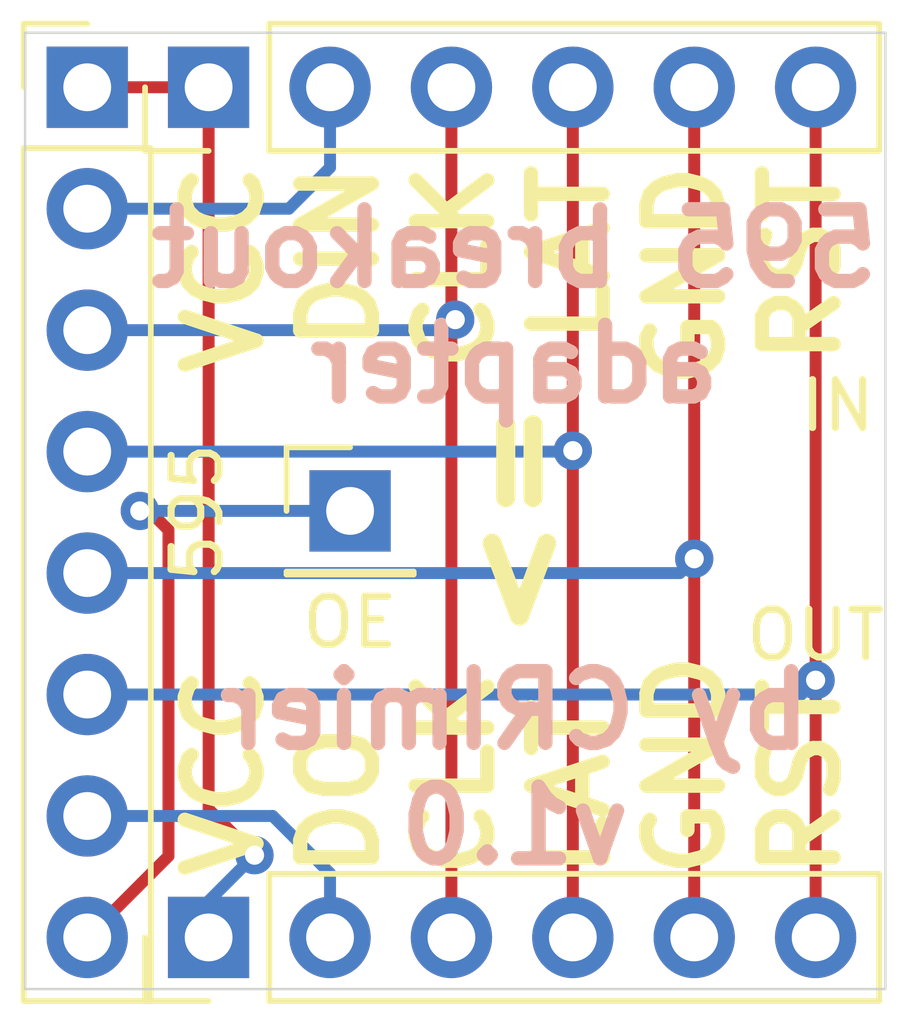
<source format=kicad_pcb>
(kicad_pcb (version 20171130) (host pcbnew "(5.1.2)-1")

  (general
    (thickness 1.6)
    (drawings 8)
    (tracks 39)
    (zones 0)
    (modules 4)
    (nets 9)
  )

  (page A4)
  (layers
    (0 F.Cu signal)
    (31 B.Cu signal)
    (32 B.Adhes user)
    (33 F.Adhes user)
    (34 B.Paste user)
    (35 F.Paste user)
    (36 B.SilkS user)
    (37 F.SilkS user)
    (38 B.Mask user)
    (39 F.Mask user)
    (40 Dwgs.User user)
    (41 Cmts.User user)
    (42 Eco1.User user)
    (43 Eco2.User user)
    (44 Edge.Cuts user)
    (45 Margin user)
    (46 B.CrtYd user)
    (47 F.CrtYd user)
    (48 B.Fab user)
    (49 F.Fab user)
  )

  (setup
    (last_trace_width 0.25)
    (trace_clearance 0.2)
    (zone_clearance 0.508)
    (zone_45_only no)
    (trace_min 0.2)
    (via_size 0.8)
    (via_drill 0.4)
    (via_min_size 0.4)
    (via_min_drill 0.3)
    (uvia_size 0.3)
    (uvia_drill 0.1)
    (uvias_allowed no)
    (uvia_min_size 0.2)
    (uvia_min_drill 0.1)
    (edge_width 0.05)
    (segment_width 0.2)
    (pcb_text_width 0.3)
    (pcb_text_size 1.5 1.5)
    (mod_edge_width 0.12)
    (mod_text_size 1 1)
    (mod_text_width 0.15)
    (pad_size 1.524 1.524)
    (pad_drill 0.762)
    (pad_to_mask_clearance 0.051)
    (solder_mask_min_width 0.25)
    (aux_axis_origin 131 103)
    (visible_elements 7FFFFFFF)
    (pcbplotparams
      (layerselection 0x010f0_ffffffff)
      (usegerberextensions true)
      (usegerberattributes false)
      (usegerberadvancedattributes false)
      (creategerberjobfile false)
      (excludeedgelayer true)
      (linewidth 0.100000)
      (plotframeref false)
      (viasonmask false)
      (mode 1)
      (useauxorigin true)
      (hpglpennumber 1)
      (hpglpenspeed 20)
      (hpglpendiameter 15.000000)
      (psnegative false)
      (psa4output false)
      (plotreference true)
      (plotvalue true)
      (plotinvisibletext false)
      (padsonsilk false)
      (subtractmaskfromsilk true)
      (outputformat 1)
      (mirror false)
      (drillshape 0)
      (scaleselection 1)
      (outputdirectory "gerbers/"))
  )

  (net 0 "")
  (net 1 VCC)
  (net 2 DIN)
  (net 3 CLK)
  (net 4 LATCH)
  (net 5 GND)
  (net 6 RST)
  (net 7 DOUT)
  (net 8 OE)

  (net_class Default "This is the default net class."
    (clearance 0.2)
    (trace_width 0.25)
    (via_dia 0.8)
    (via_drill 0.4)
    (uvia_dia 0.3)
    (uvia_drill 0.1)
    (add_net CLK)
    (add_net DIN)
    (add_net DOUT)
    (add_net GND)
    (add_net LATCH)
    (add_net OE)
    (add_net RST)
    (add_net VCC)
  )

  (module Connector_PinHeader_2.54mm:PinHeader_1x08_P2.54mm_Vertical (layer F.Cu) (tedit 59FED5CC) (tstamp 5D037B4A)
    (at 114.3 104.14)
    (descr "Through hole straight pin header, 1x08, 2.54mm pitch, single row")
    (tags "Through hole pin header THT 1x08 2.54mm single row")
    (path /5D03375D)
    (fp_text reference J1 (at 0 -2.33) (layer F.SilkS) hide
      (effects (font (size 1 1) (thickness 0.15)))
    )
    (fp_text value 595 (at 2.3 8.89 90) (layer F.SilkS)
      (effects (font (size 1 1) (thickness 0.15)))
    )
    (fp_line (start -0.635 -1.27) (end 1.27 -1.27) (layer F.Fab) (width 0.1))
    (fp_line (start 1.27 -1.27) (end 1.27 19.05) (layer F.Fab) (width 0.1))
    (fp_line (start 1.27 19.05) (end -1.27 19.05) (layer F.Fab) (width 0.1))
    (fp_line (start -1.27 19.05) (end -1.27 -0.635) (layer F.Fab) (width 0.1))
    (fp_line (start -1.27 -0.635) (end -0.635 -1.27) (layer F.Fab) (width 0.1))
    (fp_line (start -1.33 19.11) (end 1.33 19.11) (layer F.SilkS) (width 0.12))
    (fp_line (start -1.33 1.27) (end -1.33 19.11) (layer F.SilkS) (width 0.12))
    (fp_line (start 1.33 1.27) (end 1.33 19.11) (layer F.SilkS) (width 0.12))
    (fp_line (start -1.33 1.27) (end 1.33 1.27) (layer F.SilkS) (width 0.12))
    (fp_line (start -1.33 0) (end -1.33 -1.33) (layer F.SilkS) (width 0.12))
    (fp_line (start -1.33 -1.33) (end 0 -1.33) (layer F.SilkS) (width 0.12))
    (fp_line (start -1.8 -1.8) (end -1.8 19.55) (layer F.CrtYd) (width 0.05))
    (fp_line (start -1.8 19.55) (end 1.8 19.55) (layer F.CrtYd) (width 0.05))
    (fp_line (start 1.8 19.55) (end 1.8 -1.8) (layer F.CrtYd) (width 0.05))
    (fp_line (start 1.8 -1.8) (end -1.8 -1.8) (layer F.CrtYd) (width 0.05))
    (fp_text user %R (at 0 8.89 90) (layer F.Fab)
      (effects (font (size 1 1) (thickness 0.15)))
    )
    (pad 1 thru_hole rect (at 0 0) (size 1.7 1.7) (drill 1) (layers *.Cu *.Mask)
      (net 1 VCC))
    (pad 2 thru_hole oval (at 0 2.54) (size 1.7 1.7) (drill 1) (layers *.Cu *.Mask)
      (net 2 DIN))
    (pad 3 thru_hole oval (at 0 5.08) (size 1.7 1.7) (drill 1) (layers *.Cu *.Mask)
      (net 3 CLK))
    (pad 4 thru_hole oval (at 0 7.62) (size 1.7 1.7) (drill 1) (layers *.Cu *.Mask)
      (net 4 LATCH))
    (pad 5 thru_hole oval (at 0 10.16) (size 1.7 1.7) (drill 1) (layers *.Cu *.Mask)
      (net 5 GND))
    (pad 6 thru_hole oval (at 0 12.7) (size 1.7 1.7) (drill 1) (layers *.Cu *.Mask)
      (net 6 RST))
    (pad 7 thru_hole oval (at 0 15.24) (size 1.7 1.7) (drill 1) (layers *.Cu *.Mask)
      (net 7 DOUT))
    (pad 8 thru_hole oval (at 0 17.78) (size 1.7 1.7) (drill 1) (layers *.Cu *.Mask)
      (net 8 OE))
    (model ${KISYS3DMOD}/Connector_PinHeader_2.54mm.3dshapes/PinHeader_1x08_P2.54mm_Vertical.wrl
      (at (xyz 0 0 0))
      (scale (xyz 1 1 1))
      (rotate (xyz 0 0 0))
    )
  )

  (module Connector_PinHeader_2.54mm:PinHeader_1x06_P2.54mm_Vertical (layer F.Cu) (tedit 59FED5CC) (tstamp 5D037AB2)
    (at 116.84 104.14 90)
    (descr "Through hole straight pin header, 1x06, 2.54mm pitch, single row")
    (tags "Through hole pin header THT 1x06 2.54mm single row")
    (path /5D037D8A)
    (fp_text reference J2 (at 0 -2.33 90) (layer F.SilkS) hide
      (effects (font (size 1 1) (thickness 0.15)))
    )
    (fp_text value IN (at -6.66 13.16 180) (layer F.SilkS)
      (effects (font (size 1 1) (thickness 0.15)))
    )
    (fp_line (start -0.635 -1.27) (end 1.27 -1.27) (layer F.Fab) (width 0.1))
    (fp_line (start 1.27 -1.27) (end 1.27 13.97) (layer F.Fab) (width 0.1))
    (fp_line (start 1.27 13.97) (end -1.27 13.97) (layer F.Fab) (width 0.1))
    (fp_line (start -1.27 13.97) (end -1.27 -0.635) (layer F.Fab) (width 0.1))
    (fp_line (start -1.27 -0.635) (end -0.635 -1.27) (layer F.Fab) (width 0.1))
    (fp_line (start -1.33 14.03) (end 1.33 14.03) (layer F.SilkS) (width 0.12))
    (fp_line (start -1.33 1.27) (end -1.33 14.03) (layer F.SilkS) (width 0.12))
    (fp_line (start 1.33 1.27) (end 1.33 14.03) (layer F.SilkS) (width 0.12))
    (fp_line (start -1.33 1.27) (end 1.33 1.27) (layer F.SilkS) (width 0.12))
    (fp_line (start -1.33 0) (end -1.33 -1.33) (layer F.SilkS) (width 0.12))
    (fp_line (start -1.33 -1.33) (end 0 -1.33) (layer F.SilkS) (width 0.12))
    (fp_line (start -1.8 -1.8) (end -1.8 14.5) (layer F.CrtYd) (width 0.05))
    (fp_line (start -1.8 14.5) (end 1.8 14.5) (layer F.CrtYd) (width 0.05))
    (fp_line (start 1.8 14.5) (end 1.8 -1.8) (layer F.CrtYd) (width 0.05))
    (fp_line (start 1.8 -1.8) (end -1.8 -1.8) (layer F.CrtYd) (width 0.05))
    (fp_text user %R (at 0 6.35) (layer F.Fab)
      (effects (font (size 1 1) (thickness 0.15)))
    )
    (pad 1 thru_hole rect (at 0 0 90) (size 1.7 1.7) (drill 1) (layers *.Cu *.Mask)
      (net 1 VCC))
    (pad 2 thru_hole oval (at 0 2.54 90) (size 1.7 1.7) (drill 1) (layers *.Cu *.Mask)
      (net 2 DIN))
    (pad 3 thru_hole oval (at 0 5.08 90) (size 1.7 1.7) (drill 1) (layers *.Cu *.Mask)
      (net 3 CLK))
    (pad 4 thru_hole oval (at 0 7.62 90) (size 1.7 1.7) (drill 1) (layers *.Cu *.Mask)
      (net 4 LATCH))
    (pad 5 thru_hole oval (at 0 10.16 90) (size 1.7 1.7) (drill 1) (layers *.Cu *.Mask)
      (net 5 GND))
    (pad 6 thru_hole oval (at 0 12.7 90) (size 1.7 1.7) (drill 1) (layers *.Cu *.Mask)
      (net 6 RST))
    (model ${KISYS3DMOD}/Connector_PinHeader_2.54mm.3dshapes/PinHeader_1x06_P2.54mm_Vertical.wrl
      (at (xyz 0 0 0))
      (scale (xyz 1 1 1))
      (rotate (xyz 0 0 0))
    )
  )

  (module Connector_PinHeader_2.54mm:PinHeader_1x06_P2.54mm_Vertical (layer F.Cu) (tedit 59FED5CC) (tstamp 5D037AFD)
    (at 116.84 121.92 90)
    (descr "Through hole straight pin header, 1x06, 2.54mm pitch, single row")
    (tags "Through hole pin header THT 1x06 2.54mm single row")
    (path /5D038B42)
    (fp_text reference J3 (at 0 -2.33 90) (layer F.SilkS) hide
      (effects (font (size 1 1) (thickness 0.15)))
    )
    (fp_text value OUT (at 6.32 12.7 180) (layer F.SilkS)
      (effects (font (size 1 1) (thickness 0.15)))
    )
    (fp_text user %R (at 0 6.35) (layer F.Fab)
      (effects (font (size 1 1) (thickness 0.15)))
    )
    (fp_line (start 1.8 -1.8) (end -1.8 -1.8) (layer F.CrtYd) (width 0.05))
    (fp_line (start 1.8 14.5) (end 1.8 -1.8) (layer F.CrtYd) (width 0.05))
    (fp_line (start -1.8 14.5) (end 1.8 14.5) (layer F.CrtYd) (width 0.05))
    (fp_line (start -1.8 -1.8) (end -1.8 14.5) (layer F.CrtYd) (width 0.05))
    (fp_line (start -1.33 -1.33) (end 0 -1.33) (layer F.SilkS) (width 0.12))
    (fp_line (start -1.33 0) (end -1.33 -1.33) (layer F.SilkS) (width 0.12))
    (fp_line (start -1.33 1.27) (end 1.33 1.27) (layer F.SilkS) (width 0.12))
    (fp_line (start 1.33 1.27) (end 1.33 14.03) (layer F.SilkS) (width 0.12))
    (fp_line (start -1.33 1.27) (end -1.33 14.03) (layer F.SilkS) (width 0.12))
    (fp_line (start -1.33 14.03) (end 1.33 14.03) (layer F.SilkS) (width 0.12))
    (fp_line (start -1.27 -0.635) (end -0.635 -1.27) (layer F.Fab) (width 0.1))
    (fp_line (start -1.27 13.97) (end -1.27 -0.635) (layer F.Fab) (width 0.1))
    (fp_line (start 1.27 13.97) (end -1.27 13.97) (layer F.Fab) (width 0.1))
    (fp_line (start 1.27 -1.27) (end 1.27 13.97) (layer F.Fab) (width 0.1))
    (fp_line (start -0.635 -1.27) (end 1.27 -1.27) (layer F.Fab) (width 0.1))
    (pad 6 thru_hole oval (at 0 12.7 90) (size 1.7 1.7) (drill 1) (layers *.Cu *.Mask)
      (net 6 RST))
    (pad 5 thru_hole oval (at 0 10.16 90) (size 1.7 1.7) (drill 1) (layers *.Cu *.Mask)
      (net 5 GND))
    (pad 4 thru_hole oval (at 0 7.62 90) (size 1.7 1.7) (drill 1) (layers *.Cu *.Mask)
      (net 4 LATCH))
    (pad 3 thru_hole oval (at 0 5.08 90) (size 1.7 1.7) (drill 1) (layers *.Cu *.Mask)
      (net 3 CLK))
    (pad 2 thru_hole oval (at 0 2.54 90) (size 1.7 1.7) (drill 1) (layers *.Cu *.Mask)
      (net 7 DOUT))
    (pad 1 thru_hole rect (at 0 0 90) (size 1.7 1.7) (drill 1) (layers *.Cu *.Mask)
      (net 1 VCC))
    (model ${KISYS3DMOD}/Connector_PinHeader_2.54mm.3dshapes/PinHeader_1x06_P2.54mm_Vertical.wrl
      (at (xyz 0 0 0))
      (scale (xyz 1 1 1))
      (rotate (xyz 0 0 0))
    )
  )

  (module Connector_PinHeader_2.54mm:PinHeader_1x01_P2.54mm_Vertical (layer F.Cu) (tedit 59FED5CC) (tstamp 5D03825B)
    (at 119.8 113)
    (descr "Through hole straight pin header, 1x01, 2.54mm pitch, single row")
    (tags "Through hole pin header THT 1x01 2.54mm single row")
    (path /5D03FEFA)
    (fp_text reference J4 (at 0 -2.33) (layer F.SilkS) hide
      (effects (font (size 1 1) (thickness 0.15)))
    )
    (fp_text value OE (at 0 2.33) (layer F.SilkS)
      (effects (font (size 1 1) (thickness 0.15)))
    )
    (fp_text user %R (at 0 0 90) (layer F.Fab)
      (effects (font (size 1 1) (thickness 0.15)))
    )
    (fp_line (start 1.8 -1.8) (end -1.8 -1.8) (layer F.CrtYd) (width 0.05))
    (fp_line (start 1.8 1.8) (end 1.8 -1.8) (layer F.CrtYd) (width 0.05))
    (fp_line (start -1.8 1.8) (end 1.8 1.8) (layer F.CrtYd) (width 0.05))
    (fp_line (start -1.8 -1.8) (end -1.8 1.8) (layer F.CrtYd) (width 0.05))
    (fp_line (start -1.33 -1.33) (end 0 -1.33) (layer F.SilkS) (width 0.12))
    (fp_line (start -1.33 0) (end -1.33 -1.33) (layer F.SilkS) (width 0.12))
    (fp_line (start -1.33 1.27) (end 1.33 1.27) (layer F.SilkS) (width 0.12))
    (fp_line (start 1.33 1.27) (end 1.33 1.33) (layer F.SilkS) (width 0.12))
    (fp_line (start -1.33 1.27) (end -1.33 1.33) (layer F.SilkS) (width 0.12))
    (fp_line (start -1.33 1.33) (end 1.33 1.33) (layer F.SilkS) (width 0.12))
    (fp_line (start -1.27 -0.635) (end -0.635 -1.27) (layer F.Fab) (width 0.1))
    (fp_line (start -1.27 1.27) (end -1.27 -0.635) (layer F.Fab) (width 0.1))
    (fp_line (start 1.27 1.27) (end -1.27 1.27) (layer F.Fab) (width 0.1))
    (fp_line (start 1.27 -1.27) (end 1.27 1.27) (layer F.Fab) (width 0.1))
    (fp_line (start -0.635 -1.27) (end 1.27 -1.27) (layer F.Fab) (width 0.1))
    (pad 1 thru_hole rect (at 0 0) (size 1.7 1.7) (drill 1) (layers *.Cu *.Mask)
      (net 8 OE))
    (model ${KISYS3DMOD}/Connector_PinHeader_2.54mm.3dshapes/PinHeader_1x01_P2.54mm_Vertical.wrl
      (at (xyz 0 0 0))
      (scale (xyz 1 1 1))
      (rotate (xyz 0 0 0))
    )
  )

  (gr_text "595 breakout\nadapter\n\n\nby CRImier\nv1.0" (at 123.24334 113.5507) (layer B.SilkS)
    (effects (font (size 1.5 1.5) (thickness 0.3)) (justify mirror))
  )
  (gr_text <= (at 123.2 113.2 90) (layer F.SilkS)
    (effects (font (size 2 2) (thickness 0.4)))
  )
  (gr_text "VCC\nDO\nCLK\nLAT\nGND\nRST" (at 123.2 120.8 90) (layer F.SilkS) (tstamp 5D037EE8)
    (effects (font (size 1.5 1.5) (thickness 0.3)) (justify left))
  )
  (gr_text "VCC\nDIN\nCLK\nLAT\nGND\nRST" (at 123.2 105.6 90) (layer F.SilkS)
    (effects (font (size 1.5 1.5) (thickness 0.3)) (justify right))
  )
  (gr_line (start 113 123) (end 113 103) (layer Edge.Cuts) (width 0.05) (tstamp 5D037DD3))
  (gr_line (start 131 123) (end 113 123) (layer Edge.Cuts) (width 0.05))
  (gr_line (start 131 103) (end 131 123) (layer Edge.Cuts) (width 0.05))
  (gr_line (start 113 103) (end 131 103) (layer Edge.Cuts) (width 0.05))

  (segment (start 114.3 104.14) (end 116.84 104.14) (width 0.25) (layer F.Cu) (net 1))
  (via (at 117.8 120.2) (size 0.8) (drill 0.4) (layers F.Cu B.Cu) (net 1))
  (segment (start 116.84 121.92) (end 116.84 121.16) (width 0.25) (layer B.Cu) (net 1))
  (segment (start 116.84 121.16) (end 117.8 120.2) (width 0.25) (layer B.Cu) (net 1))
  (segment (start 116.84 119.24) (end 116.84 104.14) (width 0.25) (layer F.Cu) (net 1))
  (segment (start 117.8 120.2) (end 116.84 119.24) (width 0.25) (layer F.Cu) (net 1))
  (segment (start 114.3 106.68) (end 118.52 106.68) (width 0.25) (layer B.Cu) (net 2))
  (segment (start 119.38 105.82) (end 119.38 104.14) (width 0.25) (layer B.Cu) (net 2))
  (segment (start 118.52 106.68) (end 119.38 105.82) (width 0.25) (layer B.Cu) (net 2))
  (segment (start 121.92 104.14) (end 121.92 121.92) (width 0.25) (layer F.Cu) (net 3))
  (via (at 122 109) (size 0.8) (drill 0.4) (layers F.Cu B.Cu) (net 3))
  (segment (start 114.3 109.22) (end 121.78 109.22) (width 0.25) (layer B.Cu) (net 3))
  (segment (start 121.78 109.22) (end 122 109) (width 0.25) (layer B.Cu) (net 3))
  (segment (start 124.46 107.291) (end 124.46 104.14) (width 0.25) (layer F.Cu) (net 4))
  (via (at 124.46 111.74) (size 0.8) (drill 0.4) (layers F.Cu B.Cu) (net 4))
  (segment (start 124.44 111.76) (end 124.46 111.74) (width 0.25) (layer B.Cu) (net 4))
  (segment (start 114.3 111.76) (end 124.44 111.76) (width 0.25) (layer B.Cu) (net 4))
  (segment (start 124.46 121.92) (end 124.46 111.74) (width 0.25) (layer F.Cu) (net 4))
  (segment (start 124.46 111.74) (end 124.46 107.291) (width 0.25) (layer F.Cu) (net 4))
  (via (at 127 114) (size 0.8) (drill 0.4) (layers F.Cu B.Cu) (net 5))
  (segment (start 126.7 114.3) (end 127 114) (width 0.25) (layer B.Cu) (net 5))
  (segment (start 114.3 114.3) (end 126.7 114.3) (width 0.25) (layer B.Cu) (net 5))
  (segment (start 127 104.14) (end 127 114) (width 0.25) (layer F.Cu) (net 5))
  (segment (start 127 114) (end 127 121.92) (width 0.25) (layer F.Cu) (net 5))
  (via (at 129.54 116.54) (size 0.8) (drill 0.4) (layers F.Cu B.Cu) (net 6))
  (segment (start 129.24 116.84) (end 129.54 116.54) (width 0.25) (layer B.Cu) (net 6))
  (segment (start 114.3 116.84) (end 129.24 116.84) (width 0.25) (layer B.Cu) (net 6))
  (segment (start 129.54 104.14) (end 129.54 116.54) (width 0.25) (layer F.Cu) (net 6))
  (segment (start 129.54 116.54) (end 129.54 121.92) (width 0.25) (layer F.Cu) (net 6))
  (segment (start 114.3 119.38) (end 118.18 119.38) (width 0.25) (layer B.Cu) (net 7))
  (segment (start 119.38 120.58) (end 119.38 121.92) (width 0.25) (layer B.Cu) (net 7))
  (segment (start 118.18 119.38) (end 119.38 120.58) (width 0.25) (layer B.Cu) (net 7))
  (segment (start 114.3 121.92) (end 114.3 121.7) (width 0.25) (layer F.Cu) (net 8))
  (segment (start 116 120.22) (end 116 113.4) (width 0.25) (layer F.Cu) (net 8))
  (segment (start 114.3 121.92) (end 116 120.22) (width 0.25) (layer F.Cu) (net 8))
  (via (at 115.4 113) (size 0.8) (drill 0.4) (layers F.Cu B.Cu) (net 8))
  (segment (start 116 113.4) (end 115.6 113) (width 0.25) (layer F.Cu) (net 8))
  (segment (start 115.6 113) (end 115.4 113) (width 0.25) (layer F.Cu) (net 8))
  (segment (start 115.4 113) (end 119.8 113) (width 0.25) (layer B.Cu) (net 8))

)

</source>
